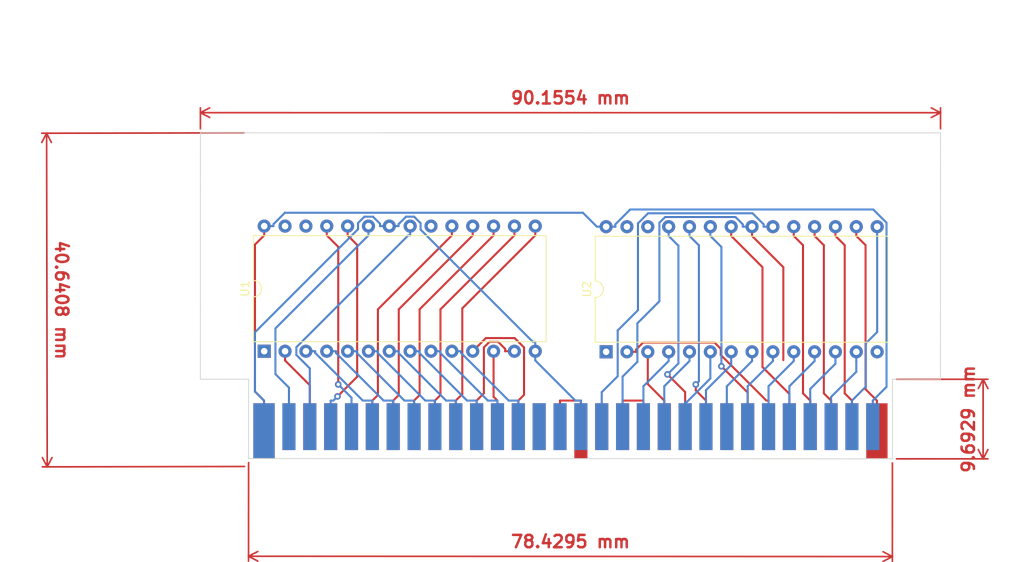
<source format=kicad_pcb>
(kicad_pcb (version 20221018) (generator pcbnew)
  (layers (0 "F.Cu" signal) (31 "B.Cu" signal) (34 "B.Paste" user) (35 "F.Paste" user) (36 "B.SilkS" user "B.Silkscreen") (37 "F.SilkS" user "F.Silkscreen") (38 "B.Mask" user) (39 "F.Mask" user) (44 "Edge.Cuts" user))
  (net 0 "")
  (net 1 "VCC")
  (net 3 "/A12")
  (net 6 "/D7")
  (net 7 "/D6")
  (net 8 "/D5")
  (net 9 "/D4")
  (net 14 "/A7")
  (net 15 "/A6")
  (net 16 "/A5")
  (net 17 "/A4")
  (net 18 "/A3")
  (net 19 "/A2")
  (net 20 "/A1")
  (net 21 "/A0")
  (net 24 "/D0")
  (net 29 "GND")
  (net 30 "/D1")
  (net 31 "/D2")
  (net 32 "/D3")
  (net 33 "/A10")
  (net 34 "/A11")
  (net 35 "/A9")
  (net 36 "/A8")
  (net 37 "/CSS")
  (net 38 "Net-(J1-Pin_15)")
  (net 39 "Net-(J1-Pin_18)")
  (net 40 "/VA7")
  (net 41 "/VA8")
  (net 42 "/VA9")
  (net 43 "/VA10")
  (net 44 "/VA11")
  (net 45 "/VA12")
  (net 46 "/VD7")
  (net 47 "/VD6")
  (net 48 "/VD5")
  (net 49 "/VD4")
  (net 50 "/VA6")
  (net 51 "/VA5")
  (net 52 "/VA4")
  (net 53 "/VA3")
  (net 54 "/VA2")
  (net 55 "/VA1")
  (net 56 "/VA0")
  (net 57 "/VD0")
  (net 58 "/VD1")
  (net 59 "/VD2")
  (net 60 "/VD3")
  (net 61 "/{slash}OEV")
  (net 62 "/{slash}CSV")
  (net 63 "/{slash}CSS")
  (footprint "Library:HVC-TGROM-01" (layer "F.Cu") (at 115.4741 116.3007)
    (fp_text reference "J1")
    (fp_text value "Famicom_Cartridge")
    (pad "1" connect rect (at -37.33 6.35) (size 2.6 6.7) (layers "F.Cu") (net 1 "VCC"))
    (pad "2" connect rect (at -34.29 5.85) (size 1.6 5.7) (layers "F.Cu"))
    (pad "3" connect rect (at -31.75 5.85) (size 1.6 5.7) (layers "F.Cu") (net 3 "/A12"))
    (pad "4" connect rect (at -29.21 5.85) (size 1.6 5.7) (layers "F.Cu"))
    (pad "5" connect rect (at -26.67 5.85) (size 1.6 5.7) (layers "F.Cu"))
    (pad "6" connect rect (at -24.13 5.85) (size 1.6 5.7) (layers "F.Cu") (net 6 "/D7"))
    (pad "7" connect rect (at -21.59 5.85) (size 1.6 5.7) (layers "F.Cu") (net 7 "/D6"))
    (pad "8" connect rect (at -19.05 5.85) (size 1.6 5.7) (layers "F.Cu") (net 8 "/D5"))
    (pad "9" connect rect (at -16.51 5.85) (size 1.6 5.7) (layers "F.Cu") (net 9 "/D4"))
    (pad "10" connect rect (at -13.97 5.85) (size 1.6 5.7) (layers "F.Cu") (net 32 "/D3"))
    (pad "11" connect rect (at -11.43 5.85) (size 1.6 5.7) (layers "F.Cu") (net 31 "/D2"))
    (pad "12" connect rect (at -8.89 5.85) (size 1.6 5.7) (layers "F.Cu") (net 30 "/D1"))
    (pad "13" connect rect (at -6.35 5.85) (size 1.6 5.7) (layers "F.Cu") (net 24 "/D0"))
    (pad "14" connect rect (at -3.81 5.85) (size 1.6 5.7) (layers "F.Cu") (net 37 "/CSS"))
    (pad "15" connect rect (at -1.27 5.85) (size 1.6 5.7) (layers "F.Cu") (net 38 "Net-(J1-Pin_15)"))
    (pad "16" connect rect (at 1.27 6.35) (size 1.6 6.7) (layers "F.Cu") (net 38 "Net-(J1-Pin_15)"))
    (pad "17" connect rect (at 3.81 5.85) (size 1.6 5.7) (layers "F.Cu"))
    (pad "18" connect rect (at 6.35 5.85) (size 1.6 5.7) (layers "F.Cu") (net 39 "Net-(J1-Pin_18)"))
    (pad "19" connect rect (at 8.89 5.85) (size 1.6 5.7) (layers "F.Cu") (net 39 "Net-(J1-Pin_18)"))
    (pad "20" connect rect (at 11.43 5.85) (size 1.6 5.7) (layers "F.Cu") (net 40 "/VA7"))
    (pad "21" connect rect (at 13.97 5.85) (size 1.6 5.7) (layers "F.Cu") (net 41 "/VA8"))
    (pad "22" connect rect (at 16.51 5.85) (size 1.6 5.7) (layers "F.Cu") (net 42 "/VA9"))
    (pad "23" connect rect (at 19.05 5.85) (size 1.6 5.7) (layers "F.Cu") (net 43 "/VA10"))
    (pad "24" connect rect (at 21.59 5.85) (size 1.6 5.7) (layers "F.Cu") (net 44 "/VA11"))
    (pad "25" connect rect (at 24.13 5.85) (size 1.6 5.7) (layers "F.Cu") (net 45 "/VA12"))
    (pad "26" connect rect (at 26.67 5.85) (size 1.6 5.7) (layers "F.Cu") (net 61 "/{slash}OEV"))
    (pad "27" connect rect (at 29.21 5.85) (size 1.6 5.7) (layers "F.Cu") (net 46 "/VD7"))
    (pad "28" connect rect (at 31.75 5.85) (size 1.6 5.7) (layers "F.Cu") (net 47 "/VD6"))
    (pad "29" connect rect (at 34.29 5.85) (size 1.6 5.7) (layers "F.Cu") (net 48 "/VD5"))
    (pad "30" connect rect (at 37.33 6.35) (size 2.6 6.7) (layers "F.Cu") (net 49 "/VD4"))
    (pad "31" connect rect (at -37.33 6.35) (size 2.6 6.7) (layers "B.Cu") (net 29 "GND"))
    (pad "32" connect rect (at -34.29 5.85) (size 1.6 5.7) (layers "B.Cu") (net 34 "/A11"))
    (pad "33" connect rect (at -31.75 5.85) (size 1.6 5.7) (layers "B.Cu") (net 33 "/A10"))
    (pad "34" connect rect (at -29.21 5.85) (size 1.6 5.7) (layers "B.Cu") (net 35 "/A9"))
    (pad "35" connect rect (at -26.67 5.85) (size 1.6 5.7) (layers "B.Cu") (net 36 "/A8"))
    (pad "36" connect rect (at -24.13 5.85) (size 1.6 5.7) (layers "B.Cu") (net 14 "/A7"))
    (pad "37" connect rect (at -21.59 5.85) (size 1.6 5.7) (layers "B.Cu") (net 15 "/A6"))
    (pad "38" connect rect (at -19.05 5.85) (size 1.6 5.7) (layers "B.Cu") (net 16 "/A5"))
    (pad "39" connect rect (at -16.51 5.85) (size 1.6 5.7) (layers "B.Cu") (net 17 "/A4"))
    (pad "40" connect rect (at -13.97 5.85) (size 1.6 5.7) (layers "B.Cu") (net 18 "/A3"))
    (pad "41" connect rect (at -11.43 5.85) (size 1.6 5.7) (layers "B.Cu") (net 19 "/A2"))
    (pad "42" connect rect (at -8.89 5.85) (size 1.6 5.7) (layers "B.Cu") (net 20 "/A1"))
    (pad "43" connect rect (at -6.35 5.85) (size 1.6 5.7) (layers "B.Cu") (net 21 "/A0"))
    (pad "44" connect rect (at -3.81 5.85) (size 1.6 5.7) (layers "B.Cu"))
    (pad "45" connect rect (at -1.27 5.85) (size 1.6 5.7) (layers "B.Cu"))
    (pad "46" connect rect (at 1.27 5.85) (size 1.6 5.7) (layers "B.Cu") (net 29 "GND"))
    (pad "47" connect rect (at 3.81 5.85) (size 1.6 5.7) (layers "B.Cu") (net 62 "/{slash}CSV"))
    (pad "48" connect rect (at 6.35 5.85) (size 1.6 5.7) (layers "B.Cu") (net 43 "/VA10"))
    (pad "49" connect rect (at 8.89 5.85) (size 1.6 5.7) (layers "B.Cu") (net 50 "/VA6"))
    (pad "50" connect rect (at 11.43 5.85) (size 1.6 5.7) (layers "B.Cu") (net 51 "/VA5"))
    (pad "51" connect rect (at 13.97 5.85) (size 1.6 5.7) (layers "B.Cu") (net 52 "/VA4"))
    (pad "52" connect rect (at 16.51 5.85) (size 1.6 5.7) (layers "B.Cu") (net 53 "/VA3"))
    (pad "53" connect rect (at 19.05 5.85) (size 1.6 5.7) (layers "B.Cu") (net 54 "/VA2"))
    (pad "54" connect rect (at 21.59 5.85) (size 1.6 5.7) (layers "B.Cu") (net 55 "/VA1"))
    (pad "55" connect rect (at 24.13 5.85) (size 1.6 5.7) (layers "B.Cu") (net 56 "/VA0"))
    (pad "56" connect rect (at 26.67 5.85) (size 1.6 5.7) (layers "B.Cu") (net 57 "/VD0"))
    (pad "57" connect rect (at 29.21 5.85) (size 1.6 5.7) (layers "B.Cu") (net 58 "/VD1"))
    (pad "58" connect rect (at 31.75 5.85) (size 1.6 5.7) (layers "B.Cu") (net 59 "/VD2"))
    (pad "59" connect rect (at 34.29 5.85) (size 1.6 5.7) (layers "B.Cu") (net 60 "/VD3"))
    (pad "60" connect rect (at 36.83 5.85) (size 1.6 5.7) (layers "B.Cu") (net 1 "VCC"))
  )
  (footprint "Package_DIP:DIP-28_W15.24mm" (layer "F.Cu") (at 119.816 113.0297 90)
    (fp_text reference "U2" (at 7.62 -2.33 90) (layer "F.SilkS"))
    (fp_text value "27C64")
    (fp_line (start 1.16 -1.33) (end 1.16 34.35) (stroke (width 0.12)) (layer "F.SilkS"))
    (fp_line (start 1.16 34.35) (end 14.08 34.35) (stroke (width 0.12)) (layer "F.SilkS"))
    (fp_line (start 6.62 -1.33) (end 1.16 -1.33) (stroke (width 0.12)) (layer "F.SilkS"))
    (fp_line (start 14.08 -1.33) (end 8.62 -1.33) (stroke (width 0.12)) (layer "F.SilkS"))
    (fp_line (start 14.08 34.35) (end 14.08 -1.33) (stroke (width 0.12)) (layer "F.SilkS"))
    (fp_arc (start 8.62 -1.33) (mid 7.62 -0.33) (end 6.62 -1.33) (stroke (width 0.12)) (layer "F.SilkS"))
    (pad "1" thru_hole rect (at 0 0 90) (size 1.6 1.6) (drill 0.8) (layers "*.Cu" "*.Mask"))
    (pad "2" thru_hole oval (at 0 2.54 90) (size 1.6 1.6) (drill 0.8) (layers "*.Cu" "*.Mask") (net 45 "/VA12"))
    (pad "3" thru_hole oval (at 0 5.08 90) (size 1.6 1.6) (drill 0.8) (layers "*.Cu" "*.Mask") (net 40 "/VA7"))
    (pad "4" thru_hole oval (at 0 7.62 90) (size 1.6 1.6) (drill 0.8) (layers "*.Cu" "*.Mask") (net 50 "/VA6"))
    (pad "5" thru_hole oval (at 0 10.16 90) (size 1.6 1.6) (drill 0.8) (layers "*.Cu" "*.Mask") (net 51 "/VA5"))
    (pad "6" thru_hole oval (at 0 12.7 90) (size 1.6 1.6) (drill 0.8) (layers "*.Cu" "*.Mask") (net 52 "/VA4"))
    (pad "7" thru_hole oval (at 0 15.24 90) (size 1.6 1.6) (drill 0.8) (layers "*.Cu" "*.Mask") (net 53 "/VA3"))
    (pad "8" thru_hole oval (at 0 17.78 90) (size 1.6 1.6) (drill 0.8) (layers "*.Cu" "*.Mask") (net 54 "/VA2"))
    (pad "9" thru_hole oval (at 0 20.32 90) (size 1.6 1.6) (drill 0.8) (layers "*.Cu" "*.Mask") (net 55 "/VA1"))
    (pad "10" thru_hole oval (at 0 22.86 90) (size 1.6 1.6) (drill 0.8) (layers "*.Cu" "*.Mask") (net 56 "/VA0"))
    (pad "11" thru_hole oval (at 0 25.4 90) (size 1.6 1.6) (drill 0.8) (layers "*.Cu" "*.Mask") (net 57 "/VD0"))
    (pad "12" thru_hole oval (at 0 27.94 90) (size 1.6 1.6) (drill 0.8) (layers "*.Cu" "*.Mask") (net 58 "/VD1"))
    (pad "13" thru_hole oval (at 0 30.48 90) (size 1.6 1.6) (drill 0.8) (layers "*.Cu" "*.Mask") (net 59 "/VD2"))
    (pad "14" thru_hole oval (at 0 33.02 90) (size 1.6 1.6) (drill 0.8) (layers "*.Cu" "*.Mask"))
    (pad "15" thru_hole oval (at 15.24 33.02 90) (size 1.6 1.6) (drill 0.8) (layers "*.Cu" "*.Mask") (net 60 "/VD3"))
    (pad "16" thru_hole oval (at 15.24 30.48 90) (size 1.6 1.6) (drill 0.8) (layers "*.Cu" "*.Mask") (net 49 "/VD4"))
    (pad "17" thru_hole oval (at 15.24 27.94 90) (size 1.6 1.6) (drill 0.8) (layers "*.Cu" "*.Mask") (net 48 "/VD5"))
    (pad "18" thru_hole oval (at 15.24 25.4 90) (size 1.6 1.6) (drill 0.8) (layers "*.Cu" "*.Mask") (net 47 "/VD6"))
    (pad "19" thru_hole oval (at 15.24 22.86 90) (size 1.6 1.6) (drill 0.8) (layers "*.Cu" "*.Mask") (net 46 "/VD7"))
    (pad "20" thru_hole oval (at 15.24 20.32 90) (size 1.6 1.6) (drill 0.8) (layers "*.Cu" "*.Mask") (net 62 "/{slash}CSV"))
    (pad "21" thru_hole oval (at 15.24 17.78 90) (size 1.6 1.6) (drill 0.8) (layers "*.Cu" "*.Mask") (net 43 "/VA10"))
    (pad "22" thru_hole oval (at 15.24 15.24 90) (size 1.6 1.6) (drill 0.8) (layers "*.Cu" "*.Mask") (net 61 "/{slash}OEV"))
    (pad "23" thru_hole oval (at 15.24 12.7 90) (size 1.6 1.6) (drill 0.8) (layers "*.Cu" "*.Mask") (net 44 "/VA11"))
    (pad "24" thru_hole oval (at 15.24 10.16 90) (size 1.6 1.6) (drill 0.8) (layers "*.Cu" "*.Mask") (net 42 "/VA9"))
    (pad "25" thru_hole oval (at 15.24 7.62 90) (size 1.6 1.6) (drill 0.8) (layers "*.Cu" "*.Mask") (net 41 "/VA8"))
    (pad "26" thru_hole oval (at 15.24 5.08 90) (size 1.6 1.6) (drill 0.8) (layers "*.Cu" "*.Mask"))
    (pad "27" thru_hole oval (at 15.24 2.54 90) (size 1.6 1.6) (drill 0.8) (layers "*.Cu" "*.Mask"))
    (pad "28" thru_hole oval (at 15.24 0 90) (size 1.6 1.6) (drill 0.8) (layers "*.Cu" "*.Mask") (net 1 "VCC"))
  )
  (footprint "Package_DIP:DIP-28_W15.24mm" (layer "F.Cu") (at 78.1694 112.9599 90)
    (fp_text reference "U1" (at 7.62 -2.33 90) (layer "F.SilkS"))
    (fp_text value "27C64")
    (fp_line (start 1.16 -1.33) (end 1.16 34.35) (stroke (width 0.12)) (layer "F.SilkS"))
    (fp_line (start 1.16 34.35) (end 14.08 34.35) (stroke (width 0.12)) (layer "F.SilkS"))
    (fp_line (start 6.62 -1.33) (end 1.16 -1.33) (stroke (width 0.12)) (layer "F.SilkS"))
    (fp_line (start 14.08 -1.33) (end 8.62 -1.33) (stroke (width 0.12)) (layer "F.SilkS"))
    (fp_line (start 14.08 34.35) (end 14.08 -1.33) (stroke (width 0.12)) (layer "F.SilkS"))
    (fp_arc (start 8.62 -1.33) (mid 7.62 -0.33) (end 6.62 -1.33) (stroke (width 0.12)) (layer "F.SilkS"))
    (pad "1" thru_hole rect (at 0 0 90) (size 1.6 1.6) (drill 0.8) (layers "*.Cu" "*.Mask"))
    (pad "2" thru_hole oval (at 0 2.54 90) (size 1.6 1.6) (drill 0.8) (layers "*.Cu" "*.Mask") (net 3 "/A12"))
    (pad "3" thru_hole oval (at 0 5.08 90) (size 1.6 1.6) (drill 0.8) (layers "*.Cu" "*.Mask") (net 14 "/A7"))
    (pad "4" thru_hole oval (at 0 7.62 90) (size 1.6 1.6) (drill 0.8) (layers "*.Cu" "*.Mask") (net 15 "/A6"))
    (pad "5" thru_hole oval (at 0 10.16 90) (size 1.6 1.6) (drill 0.8) (layers "*.Cu" "*.Mask") (net 16 "/A5"))
    (pad "6" thru_hole oval (at 0 12.7 90) (size 1.6 1.6) (drill 0.8) (layers "*.Cu" "*.Mask") (net 17 "/A4"))
    (pad "7" thru_hole oval (at 0 15.24 90) (size 1.6 1.6) (drill 0.8) (layers "*.Cu" "*.Mask") (net 18 "/A3"))
    (pad "8" thru_hole oval (at 0 17.78 90) (size 1.6 1.6) (drill 0.8) (layers "*.Cu" "*.Mask") (net 19 "/A2"))
    (pad "9" thru_hole oval (at 0 20.32 90) (size 1.6 1.6) (drill 0.8) (layers "*.Cu" "*.Mask") (net 20 "/A1"))
    (pad "10" thru_hole oval (at 0 22.86 90) (size 1.6 1.6) (drill 0.8) (layers "*.Cu" "*.Mask") (net 21 "/A0"))
    (pad "11" thru_hole oval (at 0 25.4 90) (size 1.6 1.6) (drill 0.8) (layers "*.Cu" "*.Mask") (net 24 "/D0"))
    (pad "12" thru_hole oval (at 0 27.94 90) (size 1.6 1.6) (drill 0.8) (layers "*.Cu" "*.Mask") (net 30 "/D1"))
    (pad "13" thru_hole oval (at 0 30.48 90) (size 1.6 1.6) (drill 0.8) (layers "*.Cu" "*.Mask") (net 31 "/D2"))
    (pad "14" thru_hole oval (at 0 33.02 90) (size 1.6 1.6) (drill 0.8) (layers "*.Cu" "*.Mask") (net 29 "GND"))
    (pad "15" thru_hole oval (at 15.24 33.02 90) (size 1.6 1.6) (drill 0.8) (layers "*.Cu" "*.Mask") (net 32 "/D3"))
    (pad "16" thru_hole oval (at 15.24 30.48 90) (size 1.6 1.6) (drill 0.8) (layers "*.Cu" "*.Mask") (net 9 "/D4"))
    (pad "17" thru_hole oval (at 15.24 27.94 90) (size 1.6 1.6) (drill 0.8) (layers "*.Cu" "*.Mask") (net 8 "/D5"))
    (pad "18" thru_hole oval (at 15.24 25.4 90) (size 1.6 1.6) (drill 0.8) (layers "*.Cu" "*.Mask") (net 7 "/D6"))
    (pad "19" thru_hole oval (at 15.24 22.86 90) (size 1.6 1.6) (drill 0.8) (layers "*.Cu" "*.Mask") (net 6 "/D7"))
    (pad "20" thru_hole oval (at 15.24 20.32 90) (size 1.6 1.6) (drill 0.8) (layers "*.Cu" "*.Mask") (net 63 "/{slash}CSS"))
    (pad "21" thru_hole oval (at 15.24 17.78 90) (size 1.6 1.6) (drill 0.8) (layers "*.Cu" "*.Mask") (net 33 "/A10"))
    (pad "22" thru_hole oval (at 15.24 15.24 90) (size 1.6 1.6) (drill 0.8) (layers "*.Cu" "*.Mask") (net 29 "GND"))
    (pad "23" thru_hole oval (at 15.24 12.7 90) (size 1.6 1.6) (drill 0.8) (layers "*.Cu" "*.Mask") (net 34 "/A11"))
    (pad "24" thru_hole oval (at 15.24 10.16 90) (size 1.6 1.6) (drill 0.8) (layers "*.Cu" "*.Mask") (net 35 "/A9"))
    (pad "25" thru_hole oval (at 15.24 7.62 90) (size 1.6 1.6) (drill 0.8) (layers "*.Cu" "*.Mask") (net 36 "/A8"))
    (pad "26" thru_hole oval (at 15.24 5.08 90) (size 1.6 1.6) (drill 0.8) (layers "*.Cu" "*.Mask"))
    (pad "27" thru_hole oval (at 15.24 2.54 90) (size 1.6 1.6) (drill 0.8) (layers "*.Cu" "*.Mask"))
    (pad "28" thru_hole oval (at 15.24 0 90) (size 1.6 1.6) (drill 0.8) (layers "*.Cu" "*.Mask") (net 1 "VCC"))
  )
  (gr_line (start 70.397676 86.355649) (end 160.55304 86.364351) (stroke (width 0.1)) (layer "Edge.Cuts"))
  (gr_line (start 76.274456 116.375856) (end 70.390482 116.370697) (stroke (width 0.1)) (layer "Edge.Cuts"))
  (gr_line (start 70.390482 116.370697) (end 70.397676 86.355649) (stroke (width 0.1)) (layer "Edge.Cuts"))
  (gr_line (start 160.55304 86.36) (end 160.545063 116.377307) (stroke (width 0.1)) (layer "Edge.Cuts"))
  (gr_line (start 160.545063 116.377307) (end 154.697969 116.3753) (stroke (width 0.1)) (layer "Edge.Cuts"))
  (gr_line (start 154.697969 116.3753) (end 154.695549 126.068181) (stroke (width 0.1)) (layer "Edge.Cuts"))
  (gr_line (start 76.274456 116.375856) (end 76.266086 126.032023) (stroke (width 0.1)) (layer "Edge.Cuts"))
  (gr_line (start 154.695549 126.068181) (end 76.266086 126.032023) (stroke (width 0.1)) (layer "Edge.Cuts"))
  (dimension (type aligned) (layer "F.Cu") (pts (xy 70.397676 86.355649) (xy 160.55304 86.36)) (height -2.455569) (gr_text "90.1554 mm" (at 115.475564 82.102256 359.9972342) (layer "F.Cu") (effects (font (size 1.5 1.5) (thickness 0.3)))) (format (prefix "") (suffix "") (units 3) (units_format 1) (precision 4)) (style (thickness 0.2) (arrow_length 1.27) (text_position_mode 0) (extension_height 0.58642) (extension_offset 0.5) keep_text_aligned))
  (dimension (type aligned) (layer "F.Cu") (pts (xy 76.2741 127.0007) (xy 76.2 86.36)) (height -24.538613) (gr_text "40.6408 mm" (at 53.498475 106.721809 -89.89553299) (layer "F.Cu") (effects (font (size 1.5 1.5) (thickness 0.3)))) (format (prefix "") (suffix "") (units 3) (units_format 1) (precision 4)) (style (thickness 0.2) (arrow_length 1.27) (text_position_mode 0) (extension_height 0.58642) (extension_offset 0.5) keep_text_aligned))
  (dimension (type aligned) (layer "F.Cu") (pts (xy 154.695549 126.068181) (xy 76.266086 126.032023)) (height -11.90601) (gr_text "78.4295 mm" (at 115.476158 136.156111 -0.02641482605) (layer "F.Cu") (effects (font (size 1.5 1.5) (thickness 0.3)))) (format (prefix "") (suffix "") (units 3) (units_format 1) (precision 4)) (style (thickness 0.2) (arrow_length 1.27) (text_position_mode 0) (extension_height 0.58642) (extension_offset 0.5) keep_text_aligned))
  (dimension (type aligned) (layer "F.Cu") (pts (xy 154.695549 126.068181) (xy 154.697969 116.3753)) (height 11.04549) (gr_text "9.6929 mm" (at 163.942249 121.224049 89.98569509) (layer "F.Cu") (effects (font (size 1.5 1.5) (thickness 0.3)))) (format (prefix "") (suffix "") (units 3) (units_format 1) (precision 4)) (style (thickness 0.2) (arrow_length 1.27) (text_position_mode 0) (extension_height 0.58642) (extension_offset 0.5) keep_text_aligned))
  (segment (start 77.0425 99.9737) (end 77.0425 117.8722) (width 0.25) (layer "F.Cu") (net 1))
  (segment (start 78.1441 122.6507) (end 78.1441 118.9738) (width 0.25) (layer "F.Cu") (net 1))
  (segment (start 78.1694 97.7199) (end 78.1694 98.8468) (width 0.25) (layer "F.Cu") (net 1))
  (segment (start 78.1694 98.8468) (end 77.0425 99.9737) (width 0.25) (layer "F.Cu") (net 1))
  (segment (start 77.0425 117.8722) (end 78.1441 118.9738) (width 0.25) (layer "F.Cu") (net 1))
  (segment (start 152.3617 95.695) (end 122.7559 95.695) (width 0.25) (layer "B.Cu") (net 1))
  (segment (start 152.3041 122.1507) (end 152.3041 118.9738) (width 0.25) (layer "B.Cu") (net 1))
  (segment (start 116.9909 96.0915) (end 80.6912 96.0915) (width 0.25) (layer "B.Cu") (net 1))
  (segment (start 153.9763 117.3016) (end 153.9763 97.3096) (width 0.25) (layer "B.Cu") (net 1))
  (segment (start 153.9763 97.3096) (end 152.3617 95.695) (width 0.25) (layer "B.Cu") (net 1))
  (segment (start 79.2963 97.4864) (end 79.2963 97.7199) (width 0.25) (layer "B.Cu") (net 1))
  (segment (start 119.816 97.7897) (end 118.6891 97.7897) (width 0.25) (layer "B.Cu") (net 1))
  (segment (start 78.1694 97.7199) (end 79.2963 97.7199) (width 0.25) (layer "B.Cu") (net 1))
  (segment (start 120.3795 97.7897) (end 119.816 97.7897) (width 0.25) (layer "B.Cu") (net 1))
  (segment (start 152.3041 118.9738) (end 153.9763 117.3016) (width 0.25) (layer "B.Cu") (net 1))
  (segment (start 80.6912 96.0915) (end 79.2963 97.4864) (width 0.25) (layer "B.Cu") (net 1))
  (segment (start 118.6891 97.7897) (end 116.9909 96.0915) (width 0.25) (layer "B.Cu") (net 1))
  (segment (start 122.7559 95.695) (end 120.9429 97.508) (width 0.25) (layer "B.Cu") (net 1))
  (segment (start 120.9429 97.508) (end 120.9429 97.7897) (width 0.25) (layer "B.Cu") (net 1))
  (segment (start 120.3795 97.7897) (end 120.9429 97.7897) (width 0.25) (layer "B.Cu") (net 1))
  (segment (start 83.7241 117.1015) (end 83.7241 122.1507) (width 0.25) (layer "F.Cu") (net 3))
  (segment (start 80.7094 114.0868) (end 83.7241 117.1015) (width 0.25) (layer "F.Cu") (net 3))
  (segment (start 80.7094 112.9599) (end 80.7094 114.0868) (width 0.25) (layer "F.Cu") (net 3))
  (segment (start 91.3441 122.1507) (end 91.3441 118.9738) (width 0.25) (layer "F.Cu") (net 6))
  (segment (start 92.0191 107.8571) (end 92.0191 118.2988) (width 0.25) (layer "F.Cu") (net 6))
  (segment (start 92.0191 118.2988) (end 91.3441 118.9738) (width 0.25) (layer "F.Cu") (net 6))
  (segment (start 101.0294 97.7199) (end 101.0294 98.8468) (width 0.25) (layer "F.Cu") (net 6))
  (segment (start 101.0294 98.8468) (end 92.0191 107.8571) (width 0.25) (layer "F.Cu") (net 6))
  (segment (start 93.8841 122.1507) (end 93.8841 118.9738) (width 0.25) (layer "F.Cu") (net 7))
  (segment (start 103.5694 97.7199) (end 103.5694 98.8468) (width 0.25) (layer "F.Cu") (net 7))
  (segment (start 103.5694 98.8468) (end 94.5591 107.8571) (width 0.25) (layer "F.Cu") (net 7))
  (segment (start 94.5591 107.8571) (end 94.5591 118.2988) (width 0.25) (layer "F.Cu") (net 7))
  (segment (start 94.5591 118.2988) (end 93.8841 118.9738) (width 0.25) (layer "F.Cu") (net 7))
  (segment (start 106.1094 98.8468) (end 97.0991 107.8571) (width 0.25) (layer "F.Cu") (net 8))
  (segment (start 106.1094 97.7199) (end 106.1094 98.8468) (width 0.25) (layer "F.Cu") (net 8))
  (segment (start 97.0991 107.8571) (end 97.0991 118.2988) (width 0.25) (layer "F.Cu") (net 8))
  (segment (start 97.0991 118.2988) (end 96.4241 118.9738) (width 0.25) (layer "F.Cu") (net 8))
  (segment (start 96.4241 122.1507) (end 96.4241 118.9738) (width 0.25) (layer "F.Cu") (net 8))
  (segment (start 108.6494 98.8468) (end 99.6391 107.8571) (width 0.25) (layer "F.Cu") (net 9))
  (segment (start 98.9641 122.1507) (end 98.9641 118.9738) (width 0.25) (layer "F.Cu") (net 9))
  (segment (start 99.6391 118.2988) (end 98.9641 118.9738) (width 0.25) (layer "F.Cu") (net 9))
  (segment (start 99.6391 107.8571) (end 99.6391 118.2988) (width 0.25) (layer "F.Cu") (net 9))
  (segment (start 108.6494 97.7199) (end 108.6494 98.8468) (width 0.25) (layer "F.Cu") (net 9))
  (segment (start 90.1831 118.9738) (end 84.3764 113.1671) (width 0.25) (layer "B.Cu") (net 14))
  (segment (start 84.3763 113.1671) (end 84.3763 112.9599) (width 0.25) (layer "B.Cu") (net 14))
  (segment (start 83.2494 112.9599) (end 84.3763 112.9599) (width 0.25) (layer "B.Cu") (net 14))
  (segment (start 91.3441 122.1507) (end 91.3441 118.9738) (width 0.25) (layer "B.Cu") (net 14))
  (segment (start 91.3441 118.9738) (end 90.1831 118.9738) (width 0.25) (layer "B.Cu") (net 14))
  (segment (start 84.3764 113.1671) (end 84.3763 113.1671) (width 0.25) (layer "B.Cu") (net 14))
  (segment (start 86.9163 112.9599) (end 86.9163 113.1766) (width 0.25) (layer "B.Cu") (net 15))
  (segment (start 85.7894 112.9599) (end 86.9163 112.9599) (width 0.25) (layer "B.Cu") (net 15))
  (segment (start 86.9163 113.1766) (end 92.7135 118.9738) (width 0.25) (layer "B.Cu") (net 15))
  (segment (start 93.8841 122.1507) (end 93.8841 118.9738) (width 0.25) (layer "B.Cu") (net 15))
  (segment (start 92.7135 118.9738) (end 93.8841 118.9738) (width 0.25) (layer "B.Cu") (net 15))
  (segment (start 95.2535 118.9738) (end 96.4241 118.9738) (width 0.25) (layer "B.Cu") (net 16))
  (segment (start 96.4241 122.1507) (end 96.4241 118.9738) (width 0.25) (layer "B.Cu") (net 16))
  (segment (start 88.3294 112.9599) (end 89.4563 112.9599) (width 0.25) (layer "B.Cu") (net 16))
  (segment (start 89.4563 112.9599) (end 89.4563 113.1766) (width 0.25) (layer "B.Cu") (net 16))
  (segment (start 89.4563 113.1766) (end 95.2535 118.9738) (width 0.25) (layer "B.Cu") (net 16))
  (segment (start 97.7935 118.9738) (end 98.9641 118.9738) (width 0.25) (layer "B.Cu") (net 17))
  (segment (start 90.8694 112.9599) (end 91.9963 112.9599) (width 0.25) (layer "B.Cu") (net 17))
  (segment (start 91.9963 112.9599) (end 91.9963 113.1766) (width 0.25) (layer "B.Cu") (net 17))
  (segment (start 98.9641 122.1507) (end 98.9641 118.9738) (width 0.25) (layer "B.Cu") (net 17))
  (segment (start 91.9963 113.1766) (end 97.7935 118.9738) (width 0.25) (layer "B.Cu") (net 17))
  (segment (start 101.5041 122.1507) (end 101.5041 118.9738) (width 0.25) (layer "B.Cu") (net 18))
  (segment (start 94.5363 113.1766) (end 100.3335 118.9738) (width 0.25) (layer "B.Cu") (net 18))
  (segment (start 100.3335 118.9738) (end 101.5041 118.9738) (width 0.25) (layer "B.Cu") (net 18))
  (segment (start 93.4094 112.9599) (end 94.5363 112.9599) (width 0.25) (layer "B.Cu") (net 18))
  (segment (start 94.5363 112.9599) (end 94.5363 113.1766) (width 0.25) (layer "B.Cu") (net 18))
  (segment (start 104.0441 122.1507) (end 104.0441 118.9738) (width 0.25) (layer "B.Cu") (net 19))
  (segment (start 95.9494 112.9599) (end 97.0763 112.9599) (width 0.25) (layer "B.Cu") (net 19))
  (segment (start 97.0763 112.9599) (end 97.0763 113.1766) (width 0.25) (layer "B.Cu") (net 19))
  (segment (start 102.8735 118.9738) (end 104.0441 118.9738) (width 0.25) (layer "B.Cu") (net 19))
  (segment (start 97.0763 113.1766) (end 102.8735 118.9738) (width 0.25) (layer "B.Cu") (net 19))
  (segment (start 98.4894 112.9599) (end 99.6163 112.9599) (width 0.25) (layer "B.Cu") (net 20))
  (segment (start 99.6163 113.1766) (end 105.4135 118.9738) (width 0.25) (layer "B.Cu") (net 20))
  (segment (start 106.5841 122.1507) (end 106.5841 118.9738) (width 0.25) (layer "B.Cu") (net 20))
  (segment (start 99.6163 112.9599) (end 99.6163 113.1766) (width 0.25) (layer "B.Cu") (net 20))
  (segment (start 105.4135 118.9738) (end 106.5841 118.9738) (width 0.25) (layer "B.Cu") (net 20))
  (segment (start 109.1241 122.1507) (end 109.1241 118.9738) (width 0.25) (layer "B.Cu") (net 21))
  (segment (start 107.9535 118.9738) (end 109.1241 118.9738) (width 0.25) (layer "B.Cu") (net 21))
  (segment (start 102.1563 113.1766) (end 107.9535 118.9738) (width 0.25) (layer "B.Cu") (net 21))
  (segment (start 102.1563 112.9599) (end 102.1563 113.1766) (width 0.25) (layer "B.Cu") (net 21))
  (segment (start 101.0294 112.9599) (end 102.1563 112.9599) (width 0.25) (layer "B.Cu") (net 21))
  (segment (start 105.1704 111.3589) (end 108.6773 111.3589) (width 0.25) (layer "F.Cu") (net 24))
  (segment (start 103.5694 112.9599) (end 105.1704 111.3589) (width 0.25) (layer "F.Cu") (net 24))
  (segment (start 108.6773 111.3589) (end 109.82 112.5016) (width 0.25) (layer "F.Cu") (net 24))
  (segment (start 109.82 118.2779) (end 109.1241 118.9738) (width 0.25) (layer "F.Cu") (net 24))
  (segment (start 109.1241 122.1507) (end 109.1241 118.9738) (width 0.25) (layer "F.Cu") (net 24))
  (segment (start 109.82 112.5016) (end 109.82 118.2779) (width 0.25) (layer "F.Cu") (net 24))
  (segment (start 97.2194 97.3631) (end 96.4252 96.5689) (width 0.25) (layer "B.Cu") (net 29))
  (segment (start 111.1894 114.0868) (end 116.0764 118.9738) (width 0.25) (layer "B.Cu") (net 29))
  (segment (start 77.0425 110.6524) (end 77.0425 117.8722) (width 0.25) (layer "B.Cu") (net 29))
  (segment (start 116.7441 122.1507) (end 116.7441 118.9738) (width 0.25) (layer "B.Cu") (net 29))
  (segment (start 116.0764 118.9738) (end 116.7441 118.9738) (width 0.25) (layer "B.Cu") (net 29))
  (segment (start 91.4147 96.5704) (end 90.3747 96.5704) (width 0.25) (layer "B.Cu") (net 29))
  (segment (start 93.4094 97.7199) (end 92.2825 97.7199) (width 0.25) (layer "B.Cu") (net 29))
  (segment (start 111.1894 113.5233) (end 111.1894 112.9599) (width 0.25) (layer "B.Cu") (net 29))
  (segment (start 89.5994 97.3457) (end 89.5994 98.0955) (width 0.25) (layer "B.Cu") (net 29))
  (segment (start 77.0425 117.8722) (end 78.1441 118.9738) (width 0.25) (layer "B.Cu") (net 29))
  (segment (start 90.3747 96.5704) (end 89.5994 97.3457) (width 0.25) (layer "B.Cu") (net 29))
  (segment (start 111.1894 111.833) (end 110.9077 111.833) (width 0.25) (layer "B.Cu") (net 29))
  (segment (start 93.4094 97.7199) (end 94.5363 97.7199) (width 0.25) (layer "B.Cu") (net 29))
  (segment (start 89.5994 98.0955) (end 77.0425 110.6524) (width 0.25) (layer "B.Cu") (net 29))
  (segment (start 95.4538 96.5689) (end 94.5363 97.4864) (width 0.25) (layer "B.Cu") (net 29))
  (segment (start 111.1894 113.5233) (end 111.1894 114.0868) (width 0.25) (layer "B.Cu") (net 29))
  (segment (start 92.2825 97.4382) (end 91.4147 96.5704) (width 0.25) (layer "B.Cu") (net 29))
  (segment (start 97.2194 98.1447) (end 97.2194 97.3631) (width 0.25) (layer "B.Cu") (net 29))
  (segment (start 94.5363 97.4864) (end 94.5363 97.7199) (width 0.25) (layer "B.Cu") (net 29))
  (segment (start 110.9077 111.833) (end 97.2194 98.1447) (width 0.25) (layer "B.Cu") (net 29))
  (segment (start 78.1441 122.6507) (end 78.1441 118.9738) (width 0.25) (layer "B.Cu") (net 29))
  (segment (start 96.4252 96.5689) (end 95.4538 96.5689) (width 0.25) (layer "B.Cu") (net 29))
  (segment (start 111.1894 112.9599) (end 111.1894 111.833) (width 0.25) (layer "B.Cu") (net 29))
  (segment (start 92.2825 97.7199) (end 92.2825 97.4382) (width 0.25) (layer "B.Cu") (net 29))
  (segment (start 106.5841 122.1507) (end 106.5841 118.9738) (width 0.25) (layer "F.Cu") (net 30))
  (segment (start 106.1094 118.4991) (end 106.5841 118.9738) (width 0.25) (layer "F.Cu") (net 30))
  (segment (start 106.1094 112.9599) (end 106.1094 118.4991) (width 0.25) (layer "F.Cu") (net 30))
  (segment (start 105.6106 111.8141) (end 106.6584 111.8141) (width 0.25) (layer "F.Cu") (net 31))
  (segment (start 106.6584 111.8141) (end 107.5225 112.6782) (width 0.25) (layer "F.Cu") (net 31))
  (segment (start 104.9299 112.4948) (end 105.6106 111.8141) (width 0.25) (layer "F.Cu") (net 31))
  (segment (start 104.0441 122.1507) (end 104.0441 118.9738) (width 0.25) (layer "F.Cu") (net 31))
  (segment (start 108.6494 112.9599) (end 107.5225 112.9599) (width 0.25) (layer "F.Cu") (net 31))
  (segment (start 107.5225 112.6782) (end 107.5225 112.9599) (width 0.25) (layer "F.Cu") (net 31))
  (segment (start 104.0441 118.9738) (end 104.9299 118.088) (width 0.25) (layer "F.Cu") (net 31))
  (segment (start 104.9299 118.088) (end 104.9299 112.4948) (width 0.25) (layer "F.Cu") (net 31))
  (segment (start 102.2994 118.1785) (end 101.5041 118.9738) (width 0.25) (layer "F.Cu") (net 32))
  (segment (start 111.1894 97.7199) (end 111.1894 98.8468) (width 0.25) (layer "F.Cu") (net 32))
  (segment (start 102.2994 107.7368) (end 102.2994 118.1785) (width 0.25) (layer "F.Cu") (net 32))
  (segment (start 111.1894 98.8468) (end 102.2994 107.7368) (width 0.25) (layer "F.Cu") (net 32))
  (segment (start 101.5041 122.1507) (end 101.5041 118.9738) (width 0.25) (layer "F.Cu") (net 32))
  (segment (start 95.9494 97.7199) (end 95.9494 98.8468) (width 0.25) (layer "B.Cu") (net 33))
  (segment (start 95.7159 98.8468) (end 95.9494 98.8468) (width 0.25) (layer "B.Cu") (net 33))
  (segment (start 83.7241 115.0522) (end 82.0873 113.4154) (width 0.25) (layer "B.Cu") (net 33))
  (segment (start 82.0873 113.4154) (end 82.0873 112.4754) (width 0.25) (layer "B.Cu") (net 33))
  (segment (start 83.7241 122.1507) (end 83.7241 115.0522) (width 0.25) (layer "B.Cu") (net 33))
  (segment (start 82.0873 112.4754) (end 95.7159 98.8468) (width 0.25) (layer "B.Cu") (net 33))
  (segment (start 90.8694 97.7199) (end 90.8694 98.8468) (width 0.25) (layer "B.Cu") (net 34))
  (segment (start 79.536 115.7516) (end 79.536 110.1802) (width 0.25) (layer "B.Cu") (net 34))
  (segment (start 81.1841 117.3997) (end 79.536 115.7516) (width 0.25) (layer "B.Cu") (net 34))
  (segment (start 81.1841 122.1507) (end 81.1841 117.3997) (width 0.25) (layer "B.Cu") (net 34))
  (segment (start 79.536 110.1802) (end 90.8694 98.8468) (width 0.25) (layer "B.Cu") (net 34))
  (segment (start 89.4924 100.0098) (end 89.4924 116.0722) (width 0.25) (layer "F.Cu") (net 35))
  (segment (start 88.3294 97.7199) (end 88.3294 98.8468) (width 0.25) (layer "F.Cu") (net 35))
  (segment (start 89.4924 116.0722) (end 87.098 118.4666) (width 0.25) (layer "F.Cu") (net 35))
  (segment (start 88.3294 98.8468) (end 89.4924 100.0098) (width 0.25) (layer "F.Cu") (net 35))
  (via (at 87.098 118.4666) (size 0.8) (drill 0.4) (layers "F.Cu" "B.Cu") (net 35))
  (segment (start 86.2641 122.1507) (end 86.2641 118.9738) (width 0.25) (layer "B.Cu") (net 35))
  (segment (start 87.098 118.4666) (end 86.5908 118.9738) (width 0.25) (layer "B.Cu") (net 35))
  (segment (start 86.5908 118.9738) (end 86.2641 118.9738) (width 0.25) (layer "B.Cu") (net 35))
  (segment (start 87.1864 100.2438) (end 87.1864 117.0051) (width 0.25) (layer "F.Cu") (net 36))
  (segment (start 85.7894 98.8468) (end 87.1864 100.2438) (width 0.25) (layer "F.Cu") (net 36))
  (segment (start 85.7894 97.7199) (end 85.7894 98.8468) (width 0.25) (layer "F.Cu") (net 36))
  (via (at 87.1864 117.0051) (size 0.8) (drill 0.4) (layers "F.Cu" "B.Cu") (net 36))
  (segment (start 88.8041 118.6228) (end 88.8041 122.1507) (width 0.25) (layer "B.Cu") (net 36))
  (segment (start 87.1864 117.0051) (end 88.8041 118.6228) (width 0.25) (layer "B.Cu") (net 36))
  (segment (start 116.7441 118.9738) (end 114.2041 118.9738) (width 0.25) (layer "F.Cu") (net 38))
  (segment (start 114.2041 122.1507) (end 114.2041 118.9738) (width 0.25) (layer "F.Cu") (net 38))
  (segment (start 116.7441 122.6507) (end 116.7441 118.9738) (width 0.25) (layer "F.Cu") (net 38))
  (segment (start 124.3641 118.9738) (end 121.8241 118.9738) (width 0.25) (layer "F.Cu") (net 39))
  (segment (start 124.3641 122.1507) (end 124.3641 118.9738) (width 0.25) (layer "F.Cu") (net 39))
  (segment (start 121.8241 122.1507) (end 121.8241 118.9738) (width 0.25) (layer "F.Cu") (net 39))
  (segment (start 126.9041 118.9738) (end 124.896 116.9657) (width 0.25) (layer "F.Cu") (net 40))
  (segment (start 126.9041 122.1507) (end 126.9041 118.9738) (width 0.25) (layer "F.Cu") (net 40))
  (segment (start 124.896 116.9657) (end 124.896 113.0297) (width 0.25) (layer "F.Cu") (net 40))
  (segment (start 129.4441 122.1507) (end 129.4441 117.9329) (width 0.25) (layer "F.Cu") (net 41))
  (segment (start 129.4441 117.9329) (end 127.293 115.7818) (width 0.25) (layer "F.Cu") (net 41))
  (via (at 127.293 115.7818) (size 0.8) (drill 0.4) (layers "F.Cu" "B.Cu") (net 41))
  (segment (start 127.436 97.7897) (end 127.436 98.9166) (width 0.25) (layer "B.Cu") (net 41))
  (segment (start 128.6266 100.1072) (end 128.6266 114.4482) (width 0.25) (layer "B.Cu") (net 41))
  (segment (start 128.6266 114.4482) (end 127.293 115.7818) (width 0.25) (layer "B.Cu") (net 41))
  (segment (start 127.436 98.9166) (end 128.6266 100.1072) (width 0.25) (layer "B.Cu") (net 41))
  (segment (start 130.742 117.7317) (end 130.742 117.0123) (width 0.25) (layer "F.Cu") (net 42))
  (segment (start 131.9841 118.9738) (end 130.742 117.7317) (width 0.25) (layer "F.Cu") (net 42))
  (segment (start 131.9841 122.1507) (end 131.9841 118.9738) (width 0.25) (layer "F.Cu") (net 42))
  (via (at 130.742 117.0123) (size 0.8) (drill 0.4) (layers "F.Cu" "B.Cu") (net 42))
  (segment (start 129.976 97.7897) (end 129.976 98.9166) (width 0.25) (layer "B.Cu") (net 42))
  (segment (start 131.12 116.6343) (end 130.742 117.0123) (width 0.25) (layer "B.Cu") (net 42))
  (segment (start 131.12 100.0606) (end 131.12 116.6343) (width 0.25) (layer "B.Cu") (net 42))
  (segment (start 129.976 98.9166) (end 131.12 100.0606) (width 0.25) (layer "B.Cu") (net 42))
  (segment (start 141.406 114.0443) (end 141.406 102.7266) (width 0.25) (layer "F.Cu") (net 43))
  (segment (start 137.596 97.7897) (end 137.596 98.9166) (width 0.25) (layer "F.Cu") (net 43))
  (segment (start 141.406 102.7266) (end 137.596 98.9166) (width 0.25) (layer "F.Cu") (net 43))
  (segment (start 123.626 114.2488) (end 121.8241 116.0507) (width 0.25) (layer "B.Cu") (net 43))
  (segment (start 127.0043 96.6124) (end 126.3091 97.3076) (width 0.25) (layer "B.Cu") (net 43))
  (segment (start 121.8241 116.0507) (end 121.8241 122.1507) (width 0.25) (layer "B.Cu") (net 43))
  (segment (start 123.626 109.562) (end 123.626 114.2488) (width 0.25) (layer "B.Cu") (net 43))
  (segment (start 126.3091 97.3076) (end 126.3091 106.8789) (width 0.25) (layer "B.Cu") (net 43))
  (segment (start 126.3091 106.8789) (end 123.626 109.562) (width 0.25) (layer "B.Cu") (net 43))
  (segment (start 136.4691 97.7897) (end 136.4691 97.508) (width 0.25) (layer "B.Cu") (net 43))
  (segment (start 135.5735 96.6124) (end 127.0043 96.6124) (width 0.25) (layer "B.Cu") (net 43))
  (segment (start 137.596 97.7897) (end 136.4691 97.7897) (width 0.25) (layer "B.Cu") (net 43))
  (segment (start 136.4691 97.508) (end 135.5735 96.6124) (width 0.25) (layer "B.Cu") (net 43))
  (segment (start 137.0641 122.1507) (end 137.0641 117.9941) (width 0.25) (layer "F.Cu") (net 44))
  (segment (start 137.0641 117.9941) (end 133.8641 114.7941) (width 0.25) (layer "F.Cu") (net 44))
  (via (at 133.8641 114.7941) (size 0.8) (drill 0.4) (layers "F.Cu" "B.Cu") (net 44))
  (segment (start 132.516 98.9166) (end 133.8641 100.2647) (width 0.25) (layer "B.Cu") (net 44))
  (segment (start 132.516 97.7897) (end 132.516 98.9166) (width 0.25) (layer "B.Cu") (net 44))
  (segment (start 133.8641 100.2647) (end 133.8641 114.7941) (width 0.25) (layer "B.Cu") (net 44))
  (segment (start 124.3329 111.898) (end 133.0226 111.898) (width 0.25) (layer "F.Cu") (net 45))
  (segment (start 133.786 112.6614) (end 133.786 113.4148) (width 0.25) (layer "F.Cu") (net 45))
  (segment (start 139.6041 122.1507) (end 139.6041 118.9738) (width 0.25) (layer "F.Cu") (net 45))
  (segment (start 133.0226 111.898) (end 133.786 112.6614) (width 0.25) (layer "F.Cu") (net 45))
  (segment (start 122.356 113.0297) (end 123.4829 113.0297) (width 0.25) (layer "F.Cu") (net 45))
  (segment (start 123.4829 113.0297) (end 123.4829 112.748) (width 0.25) (layer "F.Cu") (net 45))
  (segment (start 139.345 118.9738) (end 139.6041 118.9738) (width 0.25) (layer "F.Cu") (net 45))
  (segment (start 123.4829 112.748) (end 124.3329 111.898) (width 0.25) (layer "F.Cu") (net 45))
  (segment (start 133.786 113.4148) (end 139.345 118.9738) (width 0.25) (layer "F.Cu") (net 45))
  (segment (start 143.8029 118.0926) (end 144.6841 118.9738) (width 0.25) (layer "F.Cu") (net 46))
  (segment (start 142.676 98.9166) (end 143.8029 100.0435) (width 0.25) (layer "F.Cu") (net 46))
  (segment (start 144.6841 122.1507) (end 144.6841 118.9738) (width 0.25) (layer "F.Cu") (net 46))
  (segment (start 142.676 97.7897) (end 142.676 98.9166) (width 0.25) (layer "F.Cu") (net 46))
  (segment (start 143.8029 100.0435) (end 143.8029 118.0926) (width 0.25) (layer "F.Cu") (net 46))
  (segment (start 146.3429 118.0926) (end 147.2241 118.9738) (width 0.25) (layer "F.Cu") (net 47))
  (segment (start 145.216 98.9166) (end 146.3429 100.0435) (width 0.25) (layer "F.Cu") (net 47))
  (segment (start 146.3429 100.0435) (end 146.3429 118.0926) (width 0.25) (layer "F.Cu") (net 47))
  (segment (start 145.216 97.7897) (end 145.216 98.9166) (width 0.25) (layer "F.Cu") (net 47))
  (segment (start 147.2241 122.1507) (end 147.2241 118.9738) (width 0.25) (layer "F.Cu") (net 47))
  (segment (start 147.756 98.9166) (end 148.8829 100.0435) (width 0.25) (layer "F.Cu") (net 48))
  (segment (start 148.8829 100.0435) (end 148.8829 118.0926) (width 0.25) (layer "F.Cu") (net 48))
  (segment (start 149.7641 122.1507) (end 149.7641 118.9738) (width 0.25) (layer "F.Cu") (net 48))
  (segment (start 148.8829 118.0926) (end 149.7641 118.9738) (width 0.25) (layer "F.Cu") (net 48))
  (segment (start 147.756 97.7897) (end 147.756 98.9166) (width 0.25) (layer "F.Cu") (net 48))
  (segment (start 151.4229 117.5926) (end 152.8041 118.9738) (width 0.25) (layer "F.Cu") (net 49))
  (segment (start 152.8041 122.6507) (end 152.8041 118.9738) (width 0.25) (layer "F.Cu") (net 49))
  (segment (start 151.4229 100.0435) (end 151.4229 117.5926) (width 0.25) (layer "F.Cu") (net 49))
  (segment (start 150.296 98.9166) (end 151.4229 100.0435) (width 0.25) (layer "F.Cu") (net 49))
  (segment (start 150.296 97.7897) (end 150.296 98.9166) (width 0.25) (layer "F.Cu") (net 49))
  (segment (start 127.436 113.0297) (end 127.436 114.1566) (width 0.25) (layer "B.Cu") (net 50))
  (segment (start 124.3641 117.2285) (end 124.3641 122.1507) (width 0.25) (layer "B.Cu") (net 50))
  (segment (start 127.436 114.1566) (end 124.3641 117.2285) (width 0.25) (layer "B.Cu") (net 50))
  (segment (start 126.9041 117.2285) (end 129.976 114.1566) (width 0.25) (layer "B.Cu") (net 51))
  (segment (start 126.9041 122.1507) (end 126.9041 117.2285) (width 0.25) (layer "B.Cu") (net 51))
  (segment (start 129.976 113.0297) (end 129.976 114.1566) (width 0.25) (layer "B.Cu") (net 51))
  (segment (start 129.6382 119.161) (end 132.516 116.2832) (width 0.25) (layer "B.Cu") (net 52))
  (segment (start 129.4441 122.1507) (end 129.4441 119.161) (width 0.25) (layer "B.Cu") (net 52))
  (segment (start 129.4441 119.161) (end 129.6382 119.161) (width 0.25) (layer "B.Cu") (net 52))
  (segment (start 132.516 116.2832) (end 132.516 113.0297) (width 0.25) (layer "B.Cu") (net 52))
  (segment (start 135.056 113.0297) (end 135.056 114.1566) (width 0.25) (layer "B.Cu") (net 53))
  (segment (start 131.9841 122.1507) (end 131.9841 117.7021) (width 0.25) (layer "B.Cu") (net 53))
  (segment (start 131.9841 117.7021) (end 135.056 114.6302) (width 0.25) (layer "B.Cu") (net 53))
  (segment (start 135.056 114.6302) (end 135.056 114.1566) (width 0.25) (layer "B.Cu") (net 53))
  (segment (start 134.5241 117.2285) (end 137.596 114.1566) (width 0.25) (layer "B.Cu") (net 54))
  (segment (start 134.5241 122.1507) (end 134.5241 117.2285) (width 0.25) (layer "B.Cu") (net 54))
  (segment (start 137.596 113.0297) (end 137.596 114.1566) (width 0.25) (layer "B.Cu") (net 54))
  (segment (start 140.136 114.1566) (end 137.0641 117.2285) (width 0.25) (layer "B.Cu") (net 55))
  (segment (start 137.0641 117.2285) (end 137.0641 122.1507) (width 0.25) (layer "B.Cu") (net 55))
  (segment (start 140.136 113.0297) (end 140.136 114.1566) (width 0.25) (layer "B.Cu") (net 55))
  (segment (start 142.676 114.1566) (end 139.6041 117.2285) (width 0.25) (layer "B.Cu") (net 56))
  (segment (start 139.6041 117.2285) (end 139.6041 122.1507) (width 0.25) (layer "B.Cu") (net 56))
  (segment (start 142.676 113.0297) (end 142.676 114.1566) (width 0.25) (layer "B.Cu") (net 56))
  (segment (start 145.216 113.0297) (end 145.216 114.1566) (width 0.25) (layer "B.Cu") (net 57))
  (segment (start 142.1441 117.2285) (end 142.1441 122.1507) (width 0.25) (layer "B.Cu") (net 57))
  (segment (start 145.216 114.1566) (end 142.1441 117.2285) (width 0.25) (layer "B.Cu") (net 57))
  (segment (start 144.6841 117.5514) (end 147.756 114.4795) (width 0.25) (layer "B.Cu") (net 58))
  (segment (start 144.6841 122.1507) (end 144.6841 117.5514) (width 0.25) (layer "B.Cu") (net 58))
  (segment (start 147.756 113.0297) (end 147.756 114.1566) (width 0.25) (layer "B.Cu") (net 58))
  (segment (start 147.756 114.4795) (end 147.756 114.1566) (width 0.25) (layer "B.Cu") (net 58))
  (segment (start 150.296 114.1566) (end 150.296 115.4578) (width 0.25) (layer "B.Cu") (net 59))
  (segment (start 150.296 115.4578) (end 147.2241 118.5297) (width 0.25) (layer "B.Cu") (net 59))
  (segment (start 147.2241 118.5297) (end 147.2241 122.1507) (width 0.25) (layer "B.Cu") (net 59))
  (segment (start 150.296 113.0297) (end 150.296 114.1566) (width 0.25) (layer "B.Cu") (net 59))
  (segment (start 149.7641 122.1507) (end 149.7641 118.9738) (width 0.25) (layer "B.Cu") (net 60))
  (segment (start 151.4562 117.2817) (end 151.4562 112.001) (width 0.25) (layer "B.Cu") (net 60))
  (segment (start 151.4562 112.001) (end 152.836 110.6212) (width 0.25) (layer "B.Cu") (net 60))
  (segment (start 152.836 97.7897) (end 152.836 98.9166) (width 0.25) (layer "B.Cu") (net 60))
  (segment (start 152.836 110.6212) (end 152.836 98.9166) (width 0.25) (layer "B.Cu") (net 60))
  (segment (start 149.7641 118.9738) (end 151.4562 117.2817) (width 0.25) (layer "B.Cu") (net 60))
  (segment (start 138.866 114.8873) (end 142.1441 118.1654) (width 0.25) (layer "F.Cu") (net 61))
  (segment (start 135.056 97.7897) (end 135.056 98.9166) (width 0.25) (layer "F.Cu") (net 61))
  (segment (start 142.1441 118.1654) (end 142.1441 122.1507) (width 0.25) (layer "F.Cu") (net 61))
  (segment (start 135.056 98.9166) (end 138.866 102.7266) (width 0.25) (layer "F.Cu") (net 61))
  (segment (start 138.866 102.7266) (end 138.866 114.8873) (width 0.25) (layer "F.Cu") (net 61))
  (segment (start 124.9254 96.159) (end 123.6986 97.3858) (width 0.25) (layer "B.Cu") (net 62))
  (segment (start 123.6986 107.9573) (end 121.2291 110.4268) (width 0.25) (layer "B.Cu") (net 62))
  (segment (start 137.6601 96.159) (end 124.9254 96.159) (width 0.25) (layer "B.Cu") (net 62))
  (segment (start 121.2291 116.0088) (end 119.2841 117.9538) (width 0.25) (layer "B.Cu") (net 62))
  (segment (start 123.6986 97.3858) (end 123.6986 107.9573) (width 0.25) (layer "B.Cu") (net 62))
  (segment (start 139.0091 97.508) (end 137.6601 96.159) (width 0.25) (layer "B.Cu") (net 62))
  (segment (start 119.2841 117.9538) (end 119.2841 122.1507) (width 0.25) (layer "B.Cu") (net 62))
  (segment (start 140.136 97.7897) (end 139.0091 97.7897) (width 0.25) (layer "B.Cu") (net 62))
  (segment (start 139.0091 97.7897) (end 139.0091 97.508) (width 0.25) (layer "B.Cu") (net 62))
  (segment (start 121.2291 110.4268) (end 121.2291 116.0088) (width 0.25) (layer "B.Cu") (net 62))
)
</source>
